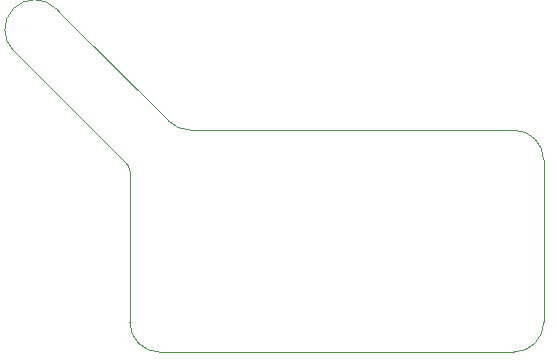
<source format=gbr>
G04 #@! TF.GenerationSoftware,KiCad,Pcbnew,(5.1.5-0-10_14)*
G04 #@! TF.CreationDate,2020-11-20T21:34:29+01:00*
G04 #@! TF.ProjectId,3pdt-45deg,33706474-2d34-4356-9465-672e6b696361,rev?*
G04 #@! TF.SameCoordinates,Original*
G04 #@! TF.FileFunction,Profile,NP*
%FSLAX46Y46*%
G04 Gerber Fmt 4.6, Leading zero omitted, Abs format (unit mm)*
G04 Created by KiCad (PCBNEW (5.1.5-0-10_14)) date 2020-11-20 21:34:29*
%MOMM*%
%LPD*%
G04 APERTURE LIST*
%ADD10C,0.050000*%
G04 APERTURE END LIST*
D10*
X190500000Y-54102000D02*
X201930000Y-54102000D01*
X183134000Y-54095477D02*
G75*
G02X181356001Y-53339999I0J2469977D01*
G01*
X177739199Y-56914026D02*
G75*
G02X178054000Y-57531000I-447199J-616974D01*
G01*
X180594000Y-72898000D02*
X210566000Y-72898000D01*
X213106000Y-70358000D02*
X213106000Y-56642000D01*
X210566000Y-54102000D02*
X201930000Y-54102000D01*
X178054000Y-57531000D02*
X178054000Y-70358000D01*
X180594000Y-72898000D02*
G75*
G02X178054000Y-70358000I0J2540000D01*
G01*
X213106000Y-70358000D02*
G75*
G02X210566000Y-72898000I-2540000J0D01*
G01*
X210566000Y-54102000D02*
G75*
G02X213106000Y-56642000I0J-2540000D01*
G01*
X168219905Y-47395258D02*
G75*
G02X171812009Y-43803156I1796052J1796051D01*
G01*
X181356000Y-53340000D02*
X172171219Y-44162366D01*
X168579116Y-47754469D02*
X177738978Y-56914330D01*
X190500000Y-54102000D02*
X183134000Y-54102000D01*
X168579116Y-47754469D02*
X168219906Y-47395258D01*
X172171219Y-44162366D02*
X171812009Y-43803156D01*
M02*

</source>
